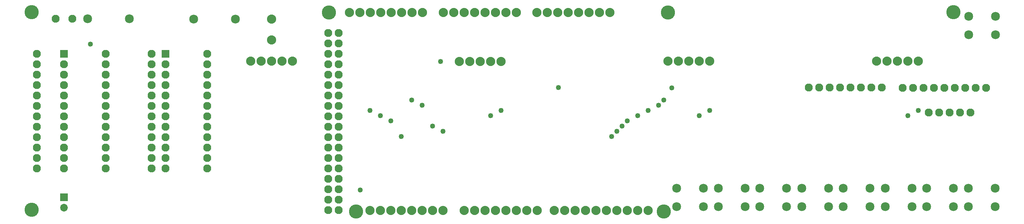
<source format=gts>
G04 MADE WITH FRITZING*
G04 WWW.FRITZING.ORG*
G04 DOUBLE SIDED*
G04 HOLES PLATED*
G04 CONTOUR ON CENTER OF CONTOUR VECTOR*
%ASAXBY*%
%FSLAX23Y23*%
%MOIN*%
%OFA0B0*%
%SFA1.0B1.0*%
%ADD10C,0.049370*%
%ADD11C,0.076929*%
%ADD12C,0.135984*%
%ADD13C,0.072992*%
%ADD14C,0.085000*%
%ADD15C,0.076000*%
%ADD16C,0.088000*%
%ADD17R,0.076929X0.076929*%
%ADD18R,0.072992X0.072992*%
%LNMASK1*%
G90*
G70*
G54D10*
X5152Y1275D03*
X6237Y1273D03*
G54D11*
X7550Y1275D03*
X7650Y1275D03*
X7750Y1275D03*
X7850Y1275D03*
X7950Y1275D03*
X8050Y1275D03*
X8150Y1275D03*
X8250Y1275D03*
X7550Y1275D03*
X7650Y1275D03*
X7750Y1275D03*
X7850Y1275D03*
X7950Y1275D03*
X8050Y1275D03*
X8150Y1275D03*
X8250Y1275D03*
G54D10*
X6110Y1107D03*
X6160Y1157D03*
X3746Y1157D03*
X3846Y1106D03*
G54D11*
X8701Y1037D03*
X8801Y1037D03*
X8901Y1037D03*
X9001Y1037D03*
X9101Y1037D03*
X8701Y1037D03*
X8801Y1037D03*
X8901Y1037D03*
X9001Y1037D03*
X9101Y1037D03*
G54D10*
X4022Y1527D03*
X3250Y293D03*
G54D12*
X100Y1998D03*
X101Y102D03*
X8937Y1998D03*
G54D11*
X410Y1598D03*
X810Y1598D03*
X410Y1498D03*
X810Y1498D03*
X410Y1398D03*
X810Y1398D03*
X410Y1298D03*
X810Y1298D03*
X410Y1198D03*
X810Y1198D03*
X410Y1098D03*
X810Y1098D03*
X410Y998D03*
X810Y998D03*
X410Y898D03*
X810Y898D03*
X410Y798D03*
X810Y798D03*
X410Y698D03*
X810Y698D03*
X410Y598D03*
X810Y598D03*
X410Y498D03*
X810Y498D03*
X1385Y1598D03*
X1785Y1598D03*
X1385Y1498D03*
X1785Y1498D03*
X1385Y1398D03*
X1785Y1398D03*
X1385Y1298D03*
X1785Y1298D03*
X1385Y1198D03*
X1785Y1198D03*
X1385Y1098D03*
X1785Y1098D03*
X1385Y998D03*
X1785Y998D03*
X1385Y898D03*
X1785Y898D03*
X1385Y798D03*
X1785Y798D03*
X1385Y698D03*
X1785Y698D03*
X1385Y598D03*
X1785Y598D03*
X1385Y498D03*
X1785Y498D03*
G54D13*
X410Y222D03*
X410Y123D03*
G54D14*
X9340Y1782D03*
X9084Y1782D03*
X9340Y1959D03*
X9084Y1959D03*
G54D15*
X332Y1935D03*
X490Y1935D03*
X332Y1935D03*
X490Y1935D03*
X332Y1935D03*
X490Y1935D03*
G54D14*
X637Y1935D03*
X1037Y1935D03*
X637Y1935D03*
X1037Y1935D03*
G54D11*
X8451Y1274D03*
X8551Y1274D03*
X8651Y1274D03*
X8751Y1274D03*
X8851Y1274D03*
X8951Y1274D03*
X9051Y1274D03*
X9151Y1274D03*
X9251Y1274D03*
X8451Y1274D03*
X8551Y1274D03*
X8651Y1274D03*
X8751Y1274D03*
X8851Y1274D03*
X8951Y1274D03*
X9051Y1274D03*
X9151Y1274D03*
X9251Y1274D03*
G54D10*
X5910Y1007D03*
X6010Y1056D03*
X6502Y1006D03*
X6602Y1057D03*
X8602Y1056D03*
X8502Y1006D03*
X4602Y1056D03*
X4502Y1006D03*
X3346Y1056D03*
X3446Y1006D03*
X5760Y906D03*
X5710Y856D03*
X5810Y956D03*
X5661Y807D03*
X3546Y956D03*
X3646Y807D03*
X3946Y906D03*
X4046Y856D03*
G54D11*
X1250Y1598D03*
X1250Y1498D03*
X1250Y1398D03*
X1250Y1298D03*
X1250Y1198D03*
X1250Y1098D03*
X1250Y998D03*
X1250Y898D03*
X1250Y798D03*
X1250Y698D03*
X1250Y598D03*
X1250Y498D03*
X150Y1598D03*
X150Y1498D03*
X150Y1398D03*
X150Y1298D03*
X150Y1198D03*
X150Y1098D03*
X150Y998D03*
X150Y898D03*
X150Y798D03*
X150Y698D03*
X150Y598D03*
X150Y498D03*
G54D16*
X8202Y1528D03*
X8302Y1528D03*
X8402Y1528D03*
X8502Y1528D03*
X8602Y1528D03*
X6202Y1528D03*
X6302Y1528D03*
X6402Y1528D03*
X6502Y1528D03*
X6602Y1528D03*
X4202Y1527D03*
X4302Y1527D03*
X4402Y1527D03*
X4502Y1527D03*
X4602Y1527D03*
X2201Y1528D03*
X2301Y1528D03*
X2401Y1528D03*
X2501Y1528D03*
X2601Y1528D03*
G54D11*
X3045Y98D03*
X3045Y198D03*
X3045Y298D03*
X3045Y398D03*
X3045Y498D03*
X3045Y598D03*
X3045Y698D03*
X3045Y798D03*
X3045Y898D03*
X3045Y998D03*
X3045Y1098D03*
X3045Y1198D03*
X3045Y1298D03*
X3045Y1398D03*
X3045Y1498D03*
X3045Y1598D03*
X3045Y1698D03*
X3045Y1798D03*
X3045Y98D03*
X3045Y198D03*
X3045Y298D03*
X3045Y398D03*
X3045Y498D03*
X3045Y598D03*
X3045Y698D03*
X3045Y798D03*
X3045Y898D03*
X3045Y998D03*
X3045Y1098D03*
X3045Y1198D03*
X3045Y1298D03*
X3045Y1398D03*
X3045Y1498D03*
X3045Y1598D03*
X3045Y1698D03*
X3045Y1798D03*
X2945Y1798D03*
X2945Y1698D03*
X2945Y1598D03*
X2945Y1498D03*
X2945Y1398D03*
X2945Y1298D03*
X2945Y1198D03*
X2945Y1098D03*
X2945Y998D03*
X2945Y898D03*
X2945Y798D03*
X2945Y698D03*
X2945Y598D03*
X2945Y498D03*
X2945Y398D03*
X2945Y298D03*
X2945Y198D03*
X2945Y98D03*
G54D16*
X3848Y1996D03*
X3748Y1996D03*
X3648Y1996D03*
X3548Y1996D03*
X3448Y1996D03*
X3348Y1996D03*
X3248Y1996D03*
X3148Y1996D03*
X4747Y1996D03*
X4647Y1996D03*
X4547Y1996D03*
X4447Y1996D03*
X4347Y1996D03*
X4247Y1996D03*
X4147Y1996D03*
X4047Y1996D03*
X5645Y1996D03*
X5545Y1996D03*
X5445Y1996D03*
X5345Y1996D03*
X5245Y1996D03*
X5145Y1996D03*
X5045Y1996D03*
X4945Y1996D03*
X4046Y96D03*
X3946Y96D03*
X3846Y96D03*
X3746Y96D03*
X3646Y96D03*
X3546Y96D03*
X3446Y96D03*
X3346Y96D03*
X4949Y96D03*
X4849Y96D03*
X4749Y96D03*
X4649Y96D03*
X4549Y96D03*
X4449Y96D03*
X4349Y96D03*
X4249Y96D03*
X6010Y96D03*
X5910Y96D03*
X5810Y96D03*
X5710Y96D03*
X5610Y96D03*
X5510Y96D03*
X5410Y96D03*
X5310Y96D03*
X5210Y96D03*
X5110Y96D03*
G54D12*
X6162Y85D03*
X3210Y85D03*
X2953Y1995D03*
X6201Y1995D03*
G54D14*
X6540Y131D03*
X6284Y131D03*
X6540Y309D03*
X6284Y309D03*
X6940Y131D03*
X6684Y131D03*
X6940Y309D03*
X6684Y309D03*
X7339Y131D03*
X7083Y131D03*
X7339Y309D03*
X7083Y309D03*
X7740Y132D03*
X7484Y132D03*
X7740Y309D03*
X7484Y309D03*
X8139Y132D03*
X7883Y132D03*
X8139Y309D03*
X7883Y309D03*
X8540Y132D03*
X8284Y132D03*
X8540Y309D03*
X8284Y309D03*
X8939Y132D03*
X8683Y132D03*
X8939Y309D03*
X8683Y309D03*
X9339Y132D03*
X9083Y132D03*
X9339Y309D03*
X9083Y309D03*
G54D16*
X2401Y1734D03*
X2401Y1934D03*
X2401Y1734D03*
X2401Y1934D03*
G54D14*
X2056Y1933D03*
X1656Y1933D03*
X2056Y1933D03*
X1656Y1933D03*
G54D10*
X665Y1692D03*
G54D17*
X410Y1598D03*
X1385Y1598D03*
G54D18*
X410Y222D03*
G04 End of Mask1*
M02*
</source>
